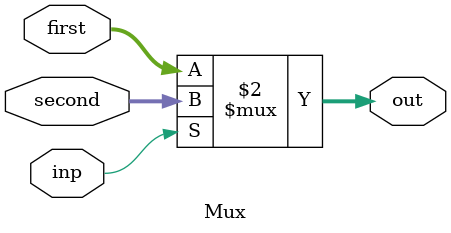
<source format=v>
module Mux(first, second, inp, out);

	parameter n=64;
	input [n-1:0] first, second;
	input inp;
	output [n-1:0] out;
	assign out = (inp == 0) ? first : second;

endmodule
</source>
